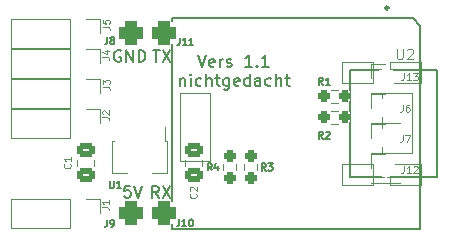
<source format=gto>
G04 #@! TF.GenerationSoftware,KiCad,Pcbnew,6.0.11*
G04 #@! TF.CreationDate,2025-02-19T14:47:37+01:00*
G04 #@! TF.ProjectId,JetiMiniVarioPCB,4a657469-4d69-46e6-9956-6172696f5043,rev?*
G04 #@! TF.SameCoordinates,Original*
G04 #@! TF.FileFunction,Legend,Top*
G04 #@! TF.FilePolarity,Positive*
%FSLAX46Y46*%
G04 Gerber Fmt 4.6, Leading zero omitted, Abs format (unit mm)*
G04 Created by KiCad (PCBNEW 6.0.11) date 2025-02-19 14:47:37*
%MOMM*%
%LPD*%
G01*
G04 APERTURE LIST*
G04 Aperture macros list*
%AMRoundRect*
0 Rectangle with rounded corners*
0 $1 Rounding radius*
0 $2 $3 $4 $5 $6 $7 $8 $9 X,Y pos of 4 corners*
0 Add a 4 corners polygon primitive as box body*
4,1,4,$2,$3,$4,$5,$6,$7,$8,$9,$2,$3,0*
0 Add four circle primitives for the rounded corners*
1,1,$1+$1,$2,$3*
1,1,$1+$1,$4,$5*
1,1,$1+$1,$6,$7*
1,1,$1+$1,$8,$9*
0 Add four rect primitives between the rounded corners*
20,1,$1+$1,$2,$3,$4,$5,0*
20,1,$1+$1,$4,$5,$6,$7,0*
20,1,$1+$1,$6,$7,$8,$9,0*
20,1,$1+$1,$8,$9,$2,$3,0*%
%AMFreePoly0*
4,1,9,3.862500,-0.866500,0.737500,-0.866500,0.737500,-0.450000,-0.737500,-0.450000,-0.737500,0.450000,0.737500,0.450000,0.737500,0.866500,3.862500,0.866500,3.862500,-0.866500,3.862500,-0.866500,$1*%
G04 Aperture macros list end*
%ADD10C,0.150000*%
%ADD11C,0.120000*%
%ADD12C,0.101600*%
%ADD13C,0.066040*%
%ADD14C,0.127000*%
%ADD15C,0.254000*%
%ADD16RoundRect,0.237500X-0.250000X-0.237500X0.250000X-0.237500X0.250000X0.237500X-0.250000X0.237500X0*%
%ADD17C,1.700000*%
%ADD18RoundRect,0.500000X0.500000X-0.500000X0.500000X0.500000X-0.500000X0.500000X-0.500000X-0.500000X0*%
%ADD19O,1.700000X1.700000*%
%ADD20RoundRect,0.237500X0.237500X-0.250000X0.237500X0.250000X-0.237500X0.250000X-0.237500X-0.250000X0*%
%ADD21R,0.900000X1.300000*%
%ADD22FreePoly0,270.000000*%
%ADD23O,1.700000X1.998980*%
%ADD24RoundRect,0.250000X-0.475000X0.337500X-0.475000X-0.337500X0.475000X-0.337500X0.475000X0.337500X0*%
G04 APERTURE END LIST*
D10*
X92679523Y-81472380D02*
X92203333Y-81472380D01*
X92155714Y-81948571D01*
X92203333Y-81900952D01*
X92298571Y-81853333D01*
X92536666Y-81853333D01*
X92631904Y-81900952D01*
X92679523Y-81948571D01*
X92727142Y-82043809D01*
X92727142Y-82281904D01*
X92679523Y-82377142D01*
X92631904Y-82424761D01*
X92536666Y-82472380D01*
X92298571Y-82472380D01*
X92203333Y-82424761D01*
X92155714Y-82377142D01*
X93012857Y-81472380D02*
X93346190Y-82472380D01*
X93679523Y-81472380D01*
X95093333Y-82492380D02*
X94760000Y-82016190D01*
X94521904Y-82492380D02*
X94521904Y-81492380D01*
X94902857Y-81492380D01*
X94998095Y-81540000D01*
X95045714Y-81587619D01*
X95093333Y-81682857D01*
X95093333Y-81825714D01*
X95045714Y-81920952D01*
X94998095Y-81968571D01*
X94902857Y-82016190D01*
X94521904Y-82016190D01*
X95426666Y-81492380D02*
X96093333Y-82492380D01*
X96093333Y-81492380D02*
X95426666Y-82492380D01*
X94618095Y-70002380D02*
X95189523Y-70002380D01*
X94903809Y-71002380D02*
X94903809Y-70002380D01*
X95427619Y-70002380D02*
X96094285Y-71002380D01*
X96094285Y-70002380D02*
X95427619Y-71002380D01*
X91878095Y-70040000D02*
X91782857Y-69992380D01*
X91640000Y-69992380D01*
X91497142Y-70040000D01*
X91401904Y-70135238D01*
X91354285Y-70230476D01*
X91306666Y-70420952D01*
X91306666Y-70563809D01*
X91354285Y-70754285D01*
X91401904Y-70849523D01*
X91497142Y-70944761D01*
X91640000Y-70992380D01*
X91735238Y-70992380D01*
X91878095Y-70944761D01*
X91925714Y-70897142D01*
X91925714Y-70563809D01*
X91735238Y-70563809D01*
X92354285Y-70992380D02*
X92354285Y-69992380D01*
X92925714Y-70992380D01*
X92925714Y-69992380D01*
X93401904Y-70992380D02*
X93401904Y-69992380D01*
X93640000Y-69992380D01*
X93782857Y-70040000D01*
X93878095Y-70135238D01*
X93925714Y-70230476D01*
X93973333Y-70420952D01*
X93973333Y-70563809D01*
X93925714Y-70754285D01*
X93878095Y-70849523D01*
X93782857Y-70944761D01*
X93640000Y-70992380D01*
X93401904Y-70992380D01*
X98425380Y-70402380D02*
X98758714Y-71402380D01*
X99092047Y-70402380D01*
X99806333Y-71354761D02*
X99711095Y-71402380D01*
X99520619Y-71402380D01*
X99425380Y-71354761D01*
X99377761Y-71259523D01*
X99377761Y-70878571D01*
X99425380Y-70783333D01*
X99520619Y-70735714D01*
X99711095Y-70735714D01*
X99806333Y-70783333D01*
X99853952Y-70878571D01*
X99853952Y-70973809D01*
X99377761Y-71069047D01*
X100282523Y-71402380D02*
X100282523Y-70735714D01*
X100282523Y-70926190D02*
X100330142Y-70830952D01*
X100377761Y-70783333D01*
X100473000Y-70735714D01*
X100568238Y-70735714D01*
X100853952Y-71354761D02*
X100949190Y-71402380D01*
X101139666Y-71402380D01*
X101234904Y-71354761D01*
X101282523Y-71259523D01*
X101282523Y-71211904D01*
X101234904Y-71116666D01*
X101139666Y-71069047D01*
X100996809Y-71069047D01*
X100901571Y-71021428D01*
X100853952Y-70926190D01*
X100853952Y-70878571D01*
X100901571Y-70783333D01*
X100996809Y-70735714D01*
X101139666Y-70735714D01*
X101234904Y-70783333D01*
X102996809Y-71402380D02*
X102425380Y-71402380D01*
X102711095Y-71402380D02*
X102711095Y-70402380D01*
X102615857Y-70545238D01*
X102520619Y-70640476D01*
X102425380Y-70688095D01*
X103425380Y-71307142D02*
X103473000Y-71354761D01*
X103425380Y-71402380D01*
X103377761Y-71354761D01*
X103425380Y-71307142D01*
X103425380Y-71402380D01*
X104425380Y-71402380D02*
X103853952Y-71402380D01*
X104139666Y-71402380D02*
X104139666Y-70402380D01*
X104044428Y-70545238D01*
X103949190Y-70640476D01*
X103853952Y-70688095D01*
X96901571Y-72345714D02*
X96901571Y-73012380D01*
X96901571Y-72440952D02*
X96949190Y-72393333D01*
X97044428Y-72345714D01*
X97187285Y-72345714D01*
X97282523Y-72393333D01*
X97330142Y-72488571D01*
X97330142Y-73012380D01*
X97806333Y-73012380D02*
X97806333Y-72345714D01*
X97806333Y-72012380D02*
X97758714Y-72060000D01*
X97806333Y-72107619D01*
X97853952Y-72060000D01*
X97806333Y-72012380D01*
X97806333Y-72107619D01*
X98711095Y-72964761D02*
X98615857Y-73012380D01*
X98425380Y-73012380D01*
X98330142Y-72964761D01*
X98282523Y-72917142D01*
X98234904Y-72821904D01*
X98234904Y-72536190D01*
X98282523Y-72440952D01*
X98330142Y-72393333D01*
X98425380Y-72345714D01*
X98615857Y-72345714D01*
X98711095Y-72393333D01*
X99139666Y-73012380D02*
X99139666Y-72012380D01*
X99568238Y-73012380D02*
X99568238Y-72488571D01*
X99520619Y-72393333D01*
X99425380Y-72345714D01*
X99282523Y-72345714D01*
X99187285Y-72393333D01*
X99139666Y-72440952D01*
X99901571Y-72345714D02*
X100282523Y-72345714D01*
X100044428Y-72012380D02*
X100044428Y-72869523D01*
X100092047Y-72964761D01*
X100187285Y-73012380D01*
X100282523Y-73012380D01*
X101044428Y-72345714D02*
X101044428Y-73155238D01*
X100996809Y-73250476D01*
X100949190Y-73298095D01*
X100853952Y-73345714D01*
X100711095Y-73345714D01*
X100615857Y-73298095D01*
X101044428Y-72964761D02*
X100949190Y-73012380D01*
X100758714Y-73012380D01*
X100663476Y-72964761D01*
X100615857Y-72917142D01*
X100568238Y-72821904D01*
X100568238Y-72536190D01*
X100615857Y-72440952D01*
X100663476Y-72393333D01*
X100758714Y-72345714D01*
X100949190Y-72345714D01*
X101044428Y-72393333D01*
X101901571Y-72964761D02*
X101806333Y-73012380D01*
X101615857Y-73012380D01*
X101520619Y-72964761D01*
X101473000Y-72869523D01*
X101473000Y-72488571D01*
X101520619Y-72393333D01*
X101615857Y-72345714D01*
X101806333Y-72345714D01*
X101901571Y-72393333D01*
X101949190Y-72488571D01*
X101949190Y-72583809D01*
X101473000Y-72679047D01*
X102806333Y-73012380D02*
X102806333Y-72012380D01*
X102806333Y-72964761D02*
X102711095Y-73012380D01*
X102520619Y-73012380D01*
X102425380Y-72964761D01*
X102377761Y-72917142D01*
X102330142Y-72821904D01*
X102330142Y-72536190D01*
X102377761Y-72440952D01*
X102425380Y-72393333D01*
X102520619Y-72345714D01*
X102711095Y-72345714D01*
X102806333Y-72393333D01*
X103711095Y-73012380D02*
X103711095Y-72488571D01*
X103663476Y-72393333D01*
X103568238Y-72345714D01*
X103377761Y-72345714D01*
X103282523Y-72393333D01*
X103711095Y-72964761D02*
X103615857Y-73012380D01*
X103377761Y-73012380D01*
X103282523Y-72964761D01*
X103234904Y-72869523D01*
X103234904Y-72774285D01*
X103282523Y-72679047D01*
X103377761Y-72631428D01*
X103615857Y-72631428D01*
X103711095Y-72583809D01*
X104615857Y-72964761D02*
X104520619Y-73012380D01*
X104330142Y-73012380D01*
X104234904Y-72964761D01*
X104187285Y-72917142D01*
X104139666Y-72821904D01*
X104139666Y-72536190D01*
X104187285Y-72440952D01*
X104234904Y-72393333D01*
X104330142Y-72345714D01*
X104520619Y-72345714D01*
X104615857Y-72393333D01*
X105044428Y-73012380D02*
X105044428Y-72012380D01*
X105473000Y-73012380D02*
X105473000Y-72488571D01*
X105425380Y-72393333D01*
X105330142Y-72345714D01*
X105187285Y-72345714D01*
X105092047Y-72393333D01*
X105044428Y-72440952D01*
X105806333Y-72345714D02*
X106187285Y-72345714D01*
X105949190Y-72012380D02*
X105949190Y-72869523D01*
X105996809Y-72964761D01*
X106092047Y-73012380D01*
X106187285Y-73012380D01*
X108993000Y-77487428D02*
X108793000Y-77201714D01*
X108650142Y-77487428D02*
X108650142Y-76887428D01*
X108878714Y-76887428D01*
X108935857Y-76916000D01*
X108964428Y-76944571D01*
X108993000Y-77001714D01*
X108993000Y-77087428D01*
X108964428Y-77144571D01*
X108935857Y-77173142D01*
X108878714Y-77201714D01*
X108650142Y-77201714D01*
X109221571Y-76944571D02*
X109250142Y-76916000D01*
X109307285Y-76887428D01*
X109450142Y-76887428D01*
X109507285Y-76916000D01*
X109535857Y-76944571D01*
X109564428Y-77001714D01*
X109564428Y-77058857D01*
X109535857Y-77144571D01*
X109193000Y-77487428D01*
X109564428Y-77487428D01*
D11*
X115751000Y-77141428D02*
X115751000Y-77570000D01*
X115722428Y-77655714D01*
X115665285Y-77712857D01*
X115579571Y-77741428D01*
X115522428Y-77741428D01*
X115979571Y-77141428D02*
X116379571Y-77141428D01*
X116122428Y-77741428D01*
D10*
X90750000Y-68861428D02*
X90750000Y-69290000D01*
X90721428Y-69375714D01*
X90664285Y-69432857D01*
X90578571Y-69461428D01*
X90521428Y-69461428D01*
X91121428Y-69118571D02*
X91064285Y-69090000D01*
X91035714Y-69061428D01*
X91007142Y-69004285D01*
X91007142Y-68975714D01*
X91035714Y-68918571D01*
X91064285Y-68890000D01*
X91121428Y-68861428D01*
X91235714Y-68861428D01*
X91292857Y-68890000D01*
X91321428Y-68918571D01*
X91350000Y-68975714D01*
X91350000Y-69004285D01*
X91321428Y-69061428D01*
X91292857Y-69090000D01*
X91235714Y-69118571D01*
X91121428Y-69118571D01*
X91064285Y-69147142D01*
X91035714Y-69175714D01*
X91007142Y-69232857D01*
X91007142Y-69347142D01*
X91035714Y-69404285D01*
X91064285Y-69432857D01*
X91121428Y-69461428D01*
X91235714Y-69461428D01*
X91292857Y-69432857D01*
X91321428Y-69404285D01*
X91350000Y-69347142D01*
X91350000Y-69232857D01*
X91321428Y-69175714D01*
X91292857Y-69147142D01*
X91235714Y-69118571D01*
D11*
X115846285Y-71934428D02*
X115846285Y-72363000D01*
X115817714Y-72448714D01*
X115760571Y-72505857D01*
X115674857Y-72534428D01*
X115617714Y-72534428D01*
X116446285Y-72534428D02*
X116103428Y-72534428D01*
X116274857Y-72534428D02*
X116274857Y-71934428D01*
X116217714Y-72020142D01*
X116160571Y-72077285D01*
X116103428Y-72105857D01*
X116646285Y-71934428D02*
X117017714Y-71934428D01*
X116817714Y-72163000D01*
X116903428Y-72163000D01*
X116960571Y-72191571D01*
X116989142Y-72220142D01*
X117017714Y-72277285D01*
X117017714Y-72420142D01*
X116989142Y-72477285D01*
X116960571Y-72505857D01*
X116903428Y-72534428D01*
X116732000Y-72534428D01*
X116674857Y-72505857D01*
X116646285Y-72477285D01*
X90351428Y-73100000D02*
X90780000Y-73100000D01*
X90865714Y-73128571D01*
X90922857Y-73185714D01*
X90951428Y-73271428D01*
X90951428Y-73328571D01*
X90351428Y-72871428D02*
X90351428Y-72500000D01*
X90580000Y-72700000D01*
X90580000Y-72614285D01*
X90608571Y-72557142D01*
X90637142Y-72528571D01*
X90694285Y-72500000D01*
X90837142Y-72500000D01*
X90894285Y-72528571D01*
X90922857Y-72557142D01*
X90951428Y-72614285D01*
X90951428Y-72785714D01*
X90922857Y-72842857D01*
X90894285Y-72871428D01*
D10*
X104164000Y-80181428D02*
X103964000Y-79895714D01*
X103821142Y-80181428D02*
X103821142Y-79581428D01*
X104049714Y-79581428D01*
X104106857Y-79610000D01*
X104135428Y-79638571D01*
X104164000Y-79695714D01*
X104164000Y-79781428D01*
X104135428Y-79838571D01*
X104106857Y-79867142D01*
X104049714Y-79895714D01*
X103821142Y-79895714D01*
X104364000Y-79581428D02*
X104735428Y-79581428D01*
X104535428Y-79810000D01*
X104621142Y-79810000D01*
X104678285Y-79838571D01*
X104706857Y-79867142D01*
X104735428Y-79924285D01*
X104735428Y-80067142D01*
X104706857Y-80124285D01*
X104678285Y-80152857D01*
X104621142Y-80181428D01*
X104449714Y-80181428D01*
X104392571Y-80152857D01*
X104364000Y-80124285D01*
X90952857Y-81051428D02*
X90952857Y-81537142D01*
X90981428Y-81594285D01*
X91010000Y-81622857D01*
X91067142Y-81651428D01*
X91181428Y-81651428D01*
X91238571Y-81622857D01*
X91267142Y-81594285D01*
X91295714Y-81537142D01*
X91295714Y-81051428D01*
X91895714Y-81651428D02*
X91552857Y-81651428D01*
X91724285Y-81651428D02*
X91724285Y-81051428D01*
X91667142Y-81137142D01*
X91610000Y-81194285D01*
X91552857Y-81222857D01*
X96864285Y-68961428D02*
X96864285Y-69390000D01*
X96835714Y-69475714D01*
X96778571Y-69532857D01*
X96692857Y-69561428D01*
X96635714Y-69561428D01*
X97464285Y-69561428D02*
X97121428Y-69561428D01*
X97292857Y-69561428D02*
X97292857Y-68961428D01*
X97235714Y-69047142D01*
X97178571Y-69104285D01*
X97121428Y-69132857D01*
X98035714Y-69561428D02*
X97692857Y-69561428D01*
X97864285Y-69561428D02*
X97864285Y-68961428D01*
X97807142Y-69047142D01*
X97750000Y-69104285D01*
X97692857Y-69132857D01*
D11*
X90261428Y-83310000D02*
X90690000Y-83310000D01*
X90775714Y-83338571D01*
X90832857Y-83395714D01*
X90861428Y-83481428D01*
X90861428Y-83538571D01*
X90861428Y-82710000D02*
X90861428Y-83052857D01*
X90861428Y-82881428D02*
X90261428Y-82881428D01*
X90347142Y-82938571D01*
X90404285Y-82995714D01*
X90432857Y-83052857D01*
D12*
X115242666Y-69863166D02*
X115242666Y-70582833D01*
X115285000Y-70667500D01*
X115327333Y-70709833D01*
X115412000Y-70752166D01*
X115581333Y-70752166D01*
X115666000Y-70709833D01*
X115708333Y-70667500D01*
X115750666Y-70582833D01*
X115750666Y-69863166D01*
X116131666Y-69947833D02*
X116174000Y-69905500D01*
X116258666Y-69863166D01*
X116470333Y-69863166D01*
X116555000Y-69905500D01*
X116597333Y-69947833D01*
X116639666Y-70032500D01*
X116639666Y-70117166D01*
X116597333Y-70244166D01*
X116089333Y-70752166D01*
X116639666Y-70752166D01*
D11*
X87590285Y-79623500D02*
X87618857Y-79652071D01*
X87647428Y-79737785D01*
X87647428Y-79794928D01*
X87618857Y-79880642D01*
X87561714Y-79937785D01*
X87504571Y-79966357D01*
X87390285Y-79994928D01*
X87304571Y-79994928D01*
X87190285Y-79966357D01*
X87133142Y-79937785D01*
X87076000Y-79880642D01*
X87047428Y-79794928D01*
X87047428Y-79737785D01*
X87076000Y-79652071D01*
X87104571Y-79623500D01*
X87647428Y-79052071D02*
X87647428Y-79394928D01*
X87647428Y-79223500D02*
X87047428Y-79223500D01*
X87133142Y-79280642D01*
X87190285Y-79337785D01*
X87218857Y-79394928D01*
D10*
X90740000Y-84331428D02*
X90740000Y-84760000D01*
X90711428Y-84845714D01*
X90654285Y-84902857D01*
X90568571Y-84931428D01*
X90511428Y-84931428D01*
X91054285Y-84931428D02*
X91168571Y-84931428D01*
X91225714Y-84902857D01*
X91254285Y-84874285D01*
X91311428Y-84788571D01*
X91340000Y-84674285D01*
X91340000Y-84445714D01*
X91311428Y-84388571D01*
X91282857Y-84360000D01*
X91225714Y-84331428D01*
X91111428Y-84331428D01*
X91054285Y-84360000D01*
X91025714Y-84388571D01*
X90997142Y-84445714D01*
X90997142Y-84588571D01*
X91025714Y-84645714D01*
X91054285Y-84674285D01*
X91111428Y-84702857D01*
X91225714Y-84702857D01*
X91282857Y-84674285D01*
X91311428Y-84645714D01*
X91340000Y-84588571D01*
X96844285Y-84311428D02*
X96844285Y-84740000D01*
X96815714Y-84825714D01*
X96758571Y-84882857D01*
X96672857Y-84911428D01*
X96615714Y-84911428D01*
X97444285Y-84911428D02*
X97101428Y-84911428D01*
X97272857Y-84911428D02*
X97272857Y-84311428D01*
X97215714Y-84397142D01*
X97158571Y-84454285D01*
X97101428Y-84482857D01*
X97815714Y-84311428D02*
X97872857Y-84311428D01*
X97930000Y-84340000D01*
X97958571Y-84368571D01*
X97987142Y-84425714D01*
X98015714Y-84540000D01*
X98015714Y-84682857D01*
X97987142Y-84797142D01*
X97958571Y-84854285D01*
X97930000Y-84882857D01*
X97872857Y-84911428D01*
X97815714Y-84911428D01*
X97758571Y-84882857D01*
X97730000Y-84854285D01*
X97701428Y-84797142D01*
X97672857Y-84682857D01*
X97672857Y-84540000D01*
X97701428Y-84425714D01*
X97730000Y-84368571D01*
X97758571Y-84340000D01*
X97815714Y-84311428D01*
D11*
X98258285Y-82142000D02*
X98286857Y-82170571D01*
X98315428Y-82256285D01*
X98315428Y-82313428D01*
X98286857Y-82399142D01*
X98229714Y-82456285D01*
X98172571Y-82484857D01*
X98058285Y-82513428D01*
X97972571Y-82513428D01*
X97858285Y-82484857D01*
X97801142Y-82456285D01*
X97744000Y-82399142D01*
X97715428Y-82313428D01*
X97715428Y-82256285D01*
X97744000Y-82170571D01*
X97772571Y-82142000D01*
X97772571Y-81913428D02*
X97744000Y-81884857D01*
X97715428Y-81827714D01*
X97715428Y-81684857D01*
X97744000Y-81627714D01*
X97772571Y-81599142D01*
X97829714Y-81570571D01*
X97886857Y-81570571D01*
X97972571Y-81599142D01*
X98315428Y-81942000D01*
X98315428Y-81570571D01*
D10*
X99590000Y-80171428D02*
X99390000Y-79885714D01*
X99247142Y-80171428D02*
X99247142Y-79571428D01*
X99475714Y-79571428D01*
X99532857Y-79600000D01*
X99561428Y-79628571D01*
X99590000Y-79685714D01*
X99590000Y-79771428D01*
X99561428Y-79828571D01*
X99532857Y-79857142D01*
X99475714Y-79885714D01*
X99247142Y-79885714D01*
X100104285Y-79771428D02*
X100104285Y-80171428D01*
X99961428Y-79542857D02*
X99818571Y-79971428D01*
X100190000Y-79971428D01*
D11*
X115846285Y-79808428D02*
X115846285Y-80237000D01*
X115817714Y-80322714D01*
X115760571Y-80379857D01*
X115674857Y-80408428D01*
X115617714Y-80408428D01*
X116446285Y-80408428D02*
X116103428Y-80408428D01*
X116274857Y-80408428D02*
X116274857Y-79808428D01*
X116217714Y-79894142D01*
X116160571Y-79951285D01*
X116103428Y-79979857D01*
X116674857Y-79865571D02*
X116703428Y-79837000D01*
X116760571Y-79808428D01*
X116903428Y-79808428D01*
X116960571Y-79837000D01*
X116989142Y-79865571D01*
X117017714Y-79922714D01*
X117017714Y-79979857D01*
X116989142Y-80065571D01*
X116646285Y-80408428D01*
X117017714Y-80408428D01*
D10*
X108993000Y-72915428D02*
X108793000Y-72629714D01*
X108650142Y-72915428D02*
X108650142Y-72315428D01*
X108878714Y-72315428D01*
X108935857Y-72344000D01*
X108964428Y-72372571D01*
X108993000Y-72429714D01*
X108993000Y-72515428D01*
X108964428Y-72572571D01*
X108935857Y-72601142D01*
X108878714Y-72629714D01*
X108650142Y-72629714D01*
X109564428Y-72915428D02*
X109221571Y-72915428D01*
X109393000Y-72915428D02*
X109393000Y-72315428D01*
X109335857Y-72401142D01*
X109278714Y-72458285D01*
X109221571Y-72486857D01*
D11*
X90311428Y-75680000D02*
X90740000Y-75680000D01*
X90825714Y-75708571D01*
X90882857Y-75765714D01*
X90911428Y-75851428D01*
X90911428Y-75908571D01*
X90368571Y-75422857D02*
X90340000Y-75394285D01*
X90311428Y-75337142D01*
X90311428Y-75194285D01*
X90340000Y-75137142D01*
X90368571Y-75108571D01*
X90425714Y-75080000D01*
X90482857Y-75080000D01*
X90568571Y-75108571D01*
X90911428Y-75451428D01*
X90911428Y-75080000D01*
X90351428Y-68020000D02*
X90780000Y-68020000D01*
X90865714Y-68048571D01*
X90922857Y-68105714D01*
X90951428Y-68191428D01*
X90951428Y-68248571D01*
X90351428Y-67448571D02*
X90351428Y-67734285D01*
X90637142Y-67762857D01*
X90608571Y-67734285D01*
X90580000Y-67677142D01*
X90580000Y-67534285D01*
X90608571Y-67477142D01*
X90637142Y-67448571D01*
X90694285Y-67420000D01*
X90837142Y-67420000D01*
X90894285Y-67448571D01*
X90922857Y-67477142D01*
X90951428Y-67534285D01*
X90951428Y-67677142D01*
X90922857Y-67734285D01*
X90894285Y-67762857D01*
X115751000Y-74601428D02*
X115751000Y-75030000D01*
X115722428Y-75115714D01*
X115665285Y-75172857D01*
X115579571Y-75201428D01*
X115522428Y-75201428D01*
X116293857Y-74601428D02*
X116179571Y-74601428D01*
X116122428Y-74630000D01*
X116093857Y-74658571D01*
X116036714Y-74744285D01*
X116008142Y-74858571D01*
X116008142Y-75087142D01*
X116036714Y-75144285D01*
X116065285Y-75172857D01*
X116122428Y-75201428D01*
X116236714Y-75201428D01*
X116293857Y-75172857D01*
X116322428Y-75144285D01*
X116351000Y-75087142D01*
X116351000Y-74944285D01*
X116322428Y-74887142D01*
X116293857Y-74858571D01*
X116236714Y-74830000D01*
X116122428Y-74830000D01*
X116065285Y-74858571D01*
X116036714Y-74887142D01*
X116008142Y-74944285D01*
X90331428Y-70580000D02*
X90760000Y-70580000D01*
X90845714Y-70608571D01*
X90902857Y-70665714D01*
X90931428Y-70751428D01*
X90931428Y-70808571D01*
X90531428Y-70037142D02*
X90931428Y-70037142D01*
X90302857Y-70180000D02*
X90731428Y-70322857D01*
X90731428Y-69951428D01*
X109727276Y-76214500D02*
X110236724Y-76214500D01*
X109727276Y-75169500D02*
X110236724Y-75169500D01*
X113106200Y-78663800D02*
X115519200Y-78663800D01*
X113106200Y-77470000D02*
X113106200Y-76276200D01*
X113106200Y-76276200D02*
X114279200Y-76276200D01*
X113106200Y-71196200D02*
X114279200Y-71196200D01*
X113106200Y-72390000D02*
X113106200Y-71196200D01*
X113106200Y-73583800D02*
X115519200Y-73583800D01*
X90093800Y-73660000D02*
X90093800Y-72466200D01*
X90093800Y-72466200D02*
X88900000Y-72466200D01*
X82626200Y-72466200D02*
X82626200Y-74853800D01*
X87553800Y-74853800D02*
X82626200Y-74853800D01*
X87553800Y-72466200D02*
X82626200Y-72466200D01*
X87553800Y-72466200D02*
X87553800Y-74853800D01*
X103392500Y-80161224D02*
X103392500Y-79651776D01*
X102347500Y-80161224D02*
X102347500Y-79651776D01*
X91112000Y-77680000D02*
X91342000Y-77680000D01*
X95832000Y-80400000D02*
X94522000Y-80400000D01*
X95832000Y-77680000D02*
X95602000Y-77680000D01*
X95832000Y-77680000D02*
X95832000Y-80400000D01*
X92422000Y-80400000D02*
X91112000Y-80400000D01*
X95602000Y-76540000D02*
X95602000Y-77680000D01*
X91112000Y-80400000D02*
X91112000Y-77680000D01*
X82626200Y-82626200D02*
X82626200Y-85013800D01*
X90093800Y-83820000D02*
X90093800Y-82626200D01*
X87553800Y-82626200D02*
X82626200Y-82626200D01*
X87553800Y-85013800D02*
X82626200Y-85013800D01*
X90093800Y-82626200D02*
X88900000Y-82626200D01*
X87553800Y-82626200D02*
X87553800Y-85013800D01*
D13*
X96900000Y-73655000D02*
X96900000Y-79370000D01*
D14*
X117263180Y-85102780D02*
X117263180Y-67975560D01*
D13*
X116585000Y-73655000D02*
X116585000Y-78735000D01*
X110613460Y-79624000D02*
X110613460Y-81402000D01*
X96900000Y-73655000D02*
X99440000Y-73655000D01*
X110613460Y-70988000D02*
X113283000Y-70988000D01*
D14*
X111334820Y-80698420D02*
X111334820Y-71699200D01*
X96265000Y-67305000D02*
X96265000Y-85102780D01*
D13*
X110613460Y-81402000D02*
X113283000Y-81402000D01*
X96900000Y-79370000D02*
X99440000Y-79370000D01*
X110613460Y-70988000D02*
X110613460Y-72766000D01*
X114680000Y-81402000D02*
X117347000Y-81402000D01*
X110613460Y-79624000D02*
X113283000Y-79624000D01*
X117347000Y-70988000D02*
X117347000Y-72766000D01*
D14*
X116592620Y-67305000D02*
X96265000Y-67305000D01*
D13*
X114045000Y-73655000D02*
X114045000Y-78735000D01*
X113283000Y-70988000D02*
X113283000Y-72766000D01*
X99440000Y-73655000D02*
X99440000Y-79370000D01*
D14*
X118688120Y-80698420D02*
X111334820Y-80698420D01*
D13*
X114045000Y-73655000D02*
X116585000Y-73655000D01*
X114680000Y-72766000D02*
X117347000Y-72766000D01*
X110613460Y-72766000D02*
X113283000Y-72766000D01*
D14*
X117263180Y-67975560D02*
X116592620Y-67305000D01*
D13*
X114680000Y-79624000D02*
X117347000Y-79624000D01*
X114045000Y-78735000D02*
X116585000Y-78735000D01*
X114680000Y-70988000D02*
X117347000Y-70988000D01*
X117347000Y-79624000D02*
X117347000Y-81402000D01*
X114680000Y-70988000D02*
X114680000Y-72766000D01*
D14*
X96265000Y-85102780D02*
X117263180Y-85102780D01*
D13*
X113283000Y-79624000D02*
X113283000Y-81402000D01*
X114680000Y-79624000D02*
X114680000Y-81402000D01*
D14*
X118688120Y-71704280D02*
X118688120Y-80698420D01*
X111334820Y-71699200D02*
X118688120Y-71699200D01*
D15*
X114553000Y-66416000D02*
G75*
G03*
X114553000Y-66416000I-127000J0D01*
G01*
D11*
X88165000Y-79262248D02*
X88165000Y-79784752D01*
X89635000Y-79262248D02*
X89635000Y-79784752D01*
X98779000Y-79262248D02*
X98779000Y-79784752D01*
X97309000Y-79262248D02*
X97309000Y-79784752D01*
X101614500Y-80161224D02*
X101614500Y-79651776D01*
X100569500Y-80161224D02*
X100569500Y-79651776D01*
X113106200Y-78816200D02*
X114279200Y-78816200D01*
X113106200Y-80010000D02*
X113106200Y-78816200D01*
X113106200Y-81203800D02*
X115519200Y-81203800D01*
X109727276Y-74436500D02*
X110236724Y-74436500D01*
X109727276Y-73391500D02*
X110236724Y-73391500D01*
X90093800Y-75006200D02*
X88900000Y-75006200D01*
X87553800Y-75006200D02*
X87553800Y-77393800D01*
X90093800Y-76200000D02*
X90093800Y-75006200D01*
X82626200Y-75006200D02*
X82626200Y-77393800D01*
X87553800Y-75006200D02*
X82626200Y-75006200D01*
X87553800Y-77393800D02*
X82626200Y-77393800D01*
X87553800Y-69773800D02*
X82626200Y-69773800D01*
X90093800Y-68580000D02*
X90093800Y-67386200D01*
X87553800Y-67386200D02*
X82626200Y-67386200D01*
X82626200Y-67386200D02*
X82626200Y-69773800D01*
X87553800Y-67386200D02*
X87553800Y-69773800D01*
X90093800Y-67386200D02*
X88900000Y-67386200D01*
X113106200Y-76123800D02*
X115519200Y-76123800D01*
X113106200Y-73736200D02*
X114279200Y-73736200D01*
X113106200Y-74930000D02*
X113106200Y-73736200D01*
X87553800Y-72313800D02*
X82626200Y-72313800D01*
X90093800Y-71120000D02*
X90093800Y-69926200D01*
X82626200Y-69926200D02*
X82626200Y-72313800D01*
X87553800Y-69926200D02*
X87553800Y-72313800D01*
X87553800Y-69926200D02*
X82626200Y-69926200D01*
X90093800Y-69926200D02*
X88900000Y-69926200D01*
%LPC*%
D16*
X109069500Y-75692000D03*
X110894500Y-75692000D03*
D17*
X114300000Y-77470000D03*
D18*
X92710000Y-68580000D03*
D17*
X114300000Y-72390000D03*
D19*
X88900000Y-73660000D03*
X86360000Y-73660000D03*
X83820000Y-73660000D03*
D20*
X102870000Y-80819000D03*
X102870000Y-78994000D03*
D21*
X94972000Y-77090000D03*
D22*
X93472000Y-77177500D03*
D21*
X91972000Y-77090000D03*
D18*
X95504000Y-68580000D03*
D19*
X88900000Y-83820000D03*
X86360000Y-83820000D03*
X83820000Y-83820000D03*
D23*
X114300000Y-68580000D03*
X111760000Y-68580000D03*
X109220000Y-68580000D03*
X106680000Y-68580000D03*
X104140000Y-68580000D03*
X101600000Y-68580000D03*
X99060000Y-68580000D03*
X99060000Y-83820000D03*
X101600000Y-83820000D03*
X104140000Y-83820000D03*
X106659680Y-83820000D03*
X109220000Y-83820000D03*
X111760000Y-83820000D03*
X114300000Y-83820000D03*
D24*
X88900000Y-78486000D03*
X88900000Y-80561000D03*
D18*
X92710000Y-83820000D03*
X95504000Y-83820000D03*
D24*
X98044000Y-78486000D03*
X98044000Y-80561000D03*
D20*
X101092000Y-80819000D03*
X101092000Y-78994000D03*
D17*
X114300000Y-80010000D03*
D16*
X109069500Y-73914000D03*
X110894500Y-73914000D03*
D19*
X88900000Y-76200000D03*
X86360000Y-76200000D03*
X83820000Y-76200000D03*
X88900000Y-68580000D03*
X86360000Y-68580000D03*
X83820000Y-68580000D03*
D17*
X114300000Y-74930000D03*
D19*
X88900000Y-71120000D03*
X86360000Y-71120000D03*
X83820000Y-71120000D03*
M02*

</source>
